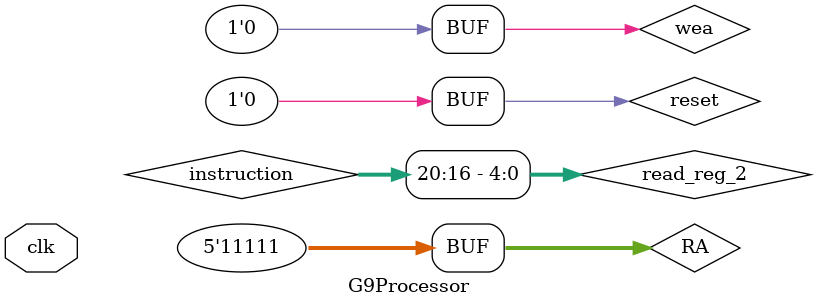
<source format=v>
`timescale 1ns / 1ps
module G9Processor(clk);
	parameter	size=32,hsize=16,opsize=6, MemSize=512,RegFileSize=5;
	wire  [4:0] RA = 5'b11111;
	
	input	clk;
	
	wire [size-1:0] address;
	wire [size-1:0] instruction;
	
	wire [RegFileSize-1:0] read_reg_1;
	wire [RegFileSize-1:0] read_reg_2;
	wire [RegFileSize-1:0] write_register; wire [RegFileSize-1:0] write_registeri;
	wire [size-1:0] write_data;wire [size-1:0]write_datai;
	wire [size-1:0] reg_read_data_1;
	wire [size-1:0] reg_read_data_2;
	wire [size-1:0] read_data_2;
	wire [size-1:0] RA_data;
	wire [size-1:0] temp;
	
	wire [size-1:0] pc;
	wire [size-1:0] pc_4;
	wire [size-1:0] pc_next;
	wire [size-1:0] pc_branch;
	
	wire [size-1:0] pc_bz;
	wire [size-1:0] pc_bnz;
	wire [size-1:0] pc_bcy;
	wire [size-1:0] pc_bncy;
	wire [size-1:0] pc_bs;
	wire [size-1:0] pc_bns;
	wire [size-1:0] pc_bv;
	wire [size-1:0] pc_bnv;
	wire [size-1:0] pc_b;
	wire [size-1:0] pc_br;

	
	wire reset = 0,wea=0;
	
	wire [opsize-1:0] OpCode;
	wire [2:0] AluOp;
	
	wire [hsize-1:0] imm16;
	wire [size-1:0] imm32;
	
	wire [size-1:0] ALUResult;
	wire 	 carryflag,	 signflag, overflowflag,zflag ,branch;
	
	wire mem_read,mem_write,alu_src,mem_to_reg,reg_write,b,br,bz,bnz,bcy,bncy,bs,bns,bv,bnv,Call,Ret;
	wire [size-1:0] read_data;
	
	
	
	ProgramCounter PC(.clk(clk), .reset(reset), .branch(branch), .pc_next(pc_next), .pc(pc));

	InstructionMemory IMem(.clka(clk),
								  .wea(wea), 
								  .addra(pc), 
								  .dina(32'b0), 
								  .douta(instruction));
						
	
	
	
	assign imm16 = instruction[15:0];//imm
	SignExtend SE(imm16, imm32);
	
	/*/////Debug
	output reg  [size-1:0] instr;
	output reg	[size-1:0] addr;
	always begin
		addr=address;
		instr=instruction;
	end
	/////*/
	assign OpCode = instruction[31:26];//opp
	
	ControlUnit CU(OpCode, AluOp,
						mem_read,mem_write,alu_src,mem_to_reg,reg_write,
						b,br,bz,bnz,bcy,bncy,bs,bns,bv,bnv,Call,Ret);
						
	assign read_reg_1 = (Ret) ? RA : instruction[25:21];//rs
   assign read_reg_2 = instruction[20:16];//rt
	
	assign write_registeri = (Call)? RA : instruction[25:21];//rs<-rs op rt
	assign write_register = (mem_to_reg)? read_reg_2:write_registeri;
	
	RegisterFile RF(.clk(clk),
						 .reg_write(reg_write|Call|mem_to_reg),
						 .read_reg_1(read_reg_1),.read_reg_2(read_reg_2),
						 .write_register(write_register),
						 .write_data(write_data),
						 .read_data_1(reg_read_data_1),.read_data_2(reg_read_data_2));
	
	 /*always @(clk) begin
	   $strobe("%t: IMem :%b   PC: %b ", $time, instruction,pc);
		$strobe("%t: rs(%b): %b ", $time,read_reg_1,reg_read_data_1);
		$strobe("%t: rt(%b): %b ", $time,read_reg_2,reg_read_data_2);
		$strobe("%t: imm: %b ", $time,imm32);
	 end*/
	// Arithmetic



	
	
	assign read_data_2 = (alu_src==1'b1) ? imm32 : reg_read_data_2;
						
	ArithmeticLogicUnit ALU (
		.alu_control(AluOp), 
		.operand0(reg_read_data_1), 
		.operand1(read_data_2), 
		.ALUResult(ALUResult), 
		.carryflag(carryflag), 
		.signflag(signflag), 
		.overflowflag(overflowflag), 
		.zflag(zflag)
	 );
	
	 assign pc_4 = pc + 1;
	 assign pc_branch = pc_4 + imm32;
	 
	 assign pc_bz = (zflag & bz == 1'b1) ? pc_branch : pc_4;
	 assign pc_bnz = (~zflag & bnz == 1'b1) ? pc_branch :pc_bz;
	 
	 assign pc_bcy = (carryflag & bcy == 1'b1) ? pc_branch : pc_bnz;
	 assign pc_bncy = (~carryflag & bncy == 1'b1) ? pc_branch : pc_bcy;
	 
	 assign pc_bs = (signflag & bs == 1'b1) ? pc_branch : pc_bncy;
	 assign pc_bns = (~signflag & bns == 1'b1) ? pc_branch : pc_bs;
	 
	 assign pc_bv = (overflowflag & bv == 1'b1) ? pc_branch : pc_bns;
	 assign pc_bnv = (~overflowflag & bnv == 1'b1) ? pc_branch : pc_bv;
	 
	 assign pc_b = (b == 1'b1)?pc_branch:pc_bnv;
	 assign pc_br = (br == 1'b1)?reg_read_data_1:pc_b;
	 
	 assign branch = b | br | bz | bnz | bcy | bncy | bs | bns | bv | bnv | Ret ;
	 
	 /*RegisterFile RF_ClRt(.clk(clk),
					 .reg_write(Call),
					 .read_reg_1(RA),.read_reg_2(RA),
					 .write_register(RA),
					 .write_data(pc_4),
					 .read_data_1(RA_data),.read_data_2(temp));*/
				 
	 assign pc_next = (Ret)?reg_read_data_1:pc_br;
	 	
	 DataMemory DMem (
		.clk(clk), 
		.address(ALUResult), // imm +(rs)
		.mem_write(mem_write), 
		.mem_read(mem_read), 
		.write_data(reg_read_data_2), //(rt)
		.read_data(read_data)
	 );
	 assign write_datai = (mem_to_reg == 1)?  read_data: ALUResult;
	 assign write_data = (Call)?pc_4:write_datai;
	 
	 always @(clk) begin
	   $strobe("\n\n%t: PC:        %b ", $time, pc);
		$strobe("%t: IMem :     %b   ", $time, instruction);
		$strobe("%t: rs(%b):    %b ", $time,read_reg_1,reg_read_data_1);
		$strobe("%t: rt(%b):    %b ", $time,read_reg_2,reg_read_data_2);
		$strobe("%t: AluOp:     %b ", $time,AluOp);
		$strobe("%t: ALUResult  %b ", $time, ALUResult);
		$strobe("%t: PC_NXT:    %b  \n", $time,pc_next);
	 end
	
endmodule

</source>
